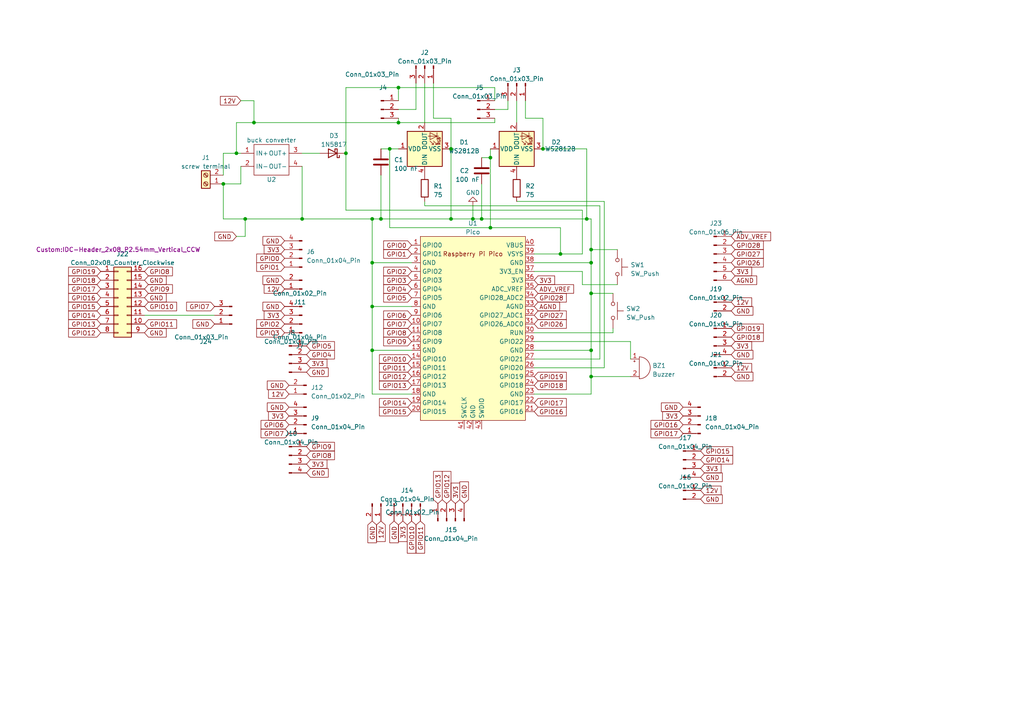
<source format=kicad_sch>
(kicad_sch (version 20230121) (generator eeschema)
  (paper "A4")
  (lib_symbols
    (symbol "Connector:Conn_01x02_Pin" (pin_names (offset 1.016) hide)
      (property "Reference" "J" (at 0 2.54 0))
      (property "Value" "Conn_01x02_Pin" (at 0 -5.08 0))
      (symbol "Conn_01x02_Pin_1_1"
        (polyline (pts (xy 1.27 -2.54) (xy 0.8636 -2.54)) (stroke (width 0.1524)))
        (polyline (pts (xy 1.27 0) (xy 0.8636 0)) (stroke (width 0.1524)))
        (rectangle (start 0.8636 -2.413) (end 0 -2.667) (stroke (width 0.1524)) (fill (type outline)))
        (rectangle (start 0.8636 0.127) (end 0 -0.127) (stroke (width 0.1524)) (fill (type outline)))
        (pin passive line (at 5.08 0 180) (length 3.81) (name "Pin_1") (number "1"))
        (pin passive line (at 5.08 -2.54 180) (length 3.81) (name "Pin_2") (number "2"))
      )
    )
    (symbol "Connector:Conn_01x03_Pin" (pin_names (offset 1.016) hide)
      (property "Reference" "J" (at 0 5.08 0))
      (property "Value" "Conn_01x03_Pin" (at 0 -5.08 0))
      (symbol "Conn_01x03_Pin_1_1"
        (polyline (pts (xy 1.27 -2.54) (xy 0.8636 -2.54)) (stroke (width 0.1524)))
        (polyline (pts (xy 1.27 0) (xy 0.8636 0)) (stroke (width 0.1524)))
        (polyline (pts (xy 1.27 2.54) (xy 0.8636 2.54)) (stroke (width 0.1524)))
        (rectangle (start 0.8636 -2.413) (end 0 -2.667) (stroke (width 0.1524)) (fill (type outline)))
        (rectangle (start 0.8636 0.127) (end 0 -0.127) (stroke (width 0.1524)) (fill (type outline)))
        (rectangle (start 0.8636 2.667) (end 0 2.413) (stroke (width 0.1524)) (fill (type outline)))
        (pin passive line (at 5.08 2.54 180) (length 3.81) (name "Pin_1") (number "1"))
        (pin passive line (at 5.08 0 180) (length 3.81) (name "Pin_2") (number "2"))
        (pin passive line (at 5.08 -2.54 180) (length 3.81) (name "Pin_3") (number "3"))
      )
    )
    (symbol "Connector:Conn_01x04_Pin" (pin_names (offset 1.016) hide)
      (property "Reference" "J" (at 0 5.08 0))
      (property "Value" "Conn_01x04_Pin" (at 0 -7.62 0))
      (symbol "Conn_01x04_Pin_1_1"
        (polyline (pts (xy 1.27 -5.08) (xy 0.8636 -5.08)) (stroke (width 0.1524)))
        (polyline (pts (xy 1.27 -2.54) (xy 0.8636 -2.54)) (stroke (width 0.1524)))
        (polyline (pts (xy 1.27 0) (xy 0.8636 0)) (stroke (width 0.1524)))
        (polyline (pts (xy 1.27 2.54) (xy 0.8636 2.54)) (stroke (width 0.1524)))
        (rectangle (start 0.8636 -4.953) (end 0 -5.207) (stroke (width 0.1524)) (fill (type outline)))
        (rectangle (start 0.8636 -2.413) (end 0 -2.667) (stroke (width 0.1524)) (fill (type outline)))
        (rectangle (start 0.8636 0.127) (end 0 -0.127) (stroke (width 0.1524)) (fill (type outline)))
        (rectangle (start 0.8636 2.667) (end 0 2.413) (stroke (width 0.1524)) (fill (type outline)))
        (pin passive line (at 5.08 2.54 180) (length 3.81) (name "Pin_1") (number "1"))
        (pin passive line (at 5.08 0 180) (length 3.81) (name "Pin_2") (number "2"))
        (pin passive line (at 5.08 -2.54 180) (length 3.81) (name "Pin_3") (number "3"))
        (pin passive line (at 5.08 -5.08 180) (length 3.81) (name "Pin_4") (number "4"))
      )
    )
    (symbol "Connector:Conn_01x06_Pin" (pin_names (offset 1.016) hide)
      (property "Reference" "J" (at 0 7.62 0))
      (property "Value" "Conn_01x06_Pin" (at 0 -10.16 0))
      (symbol "Conn_01x06_Pin_1_1"
        (polyline (pts (xy 1.27 -7.62) (xy 0.8636 -7.62)) (stroke (width 0.1524)))
        (polyline (pts (xy 1.27 -5.08) (xy 0.8636 -5.08)) (stroke (width 0.1524)))
        (polyline (pts (xy 1.27 -2.54) (xy 0.8636 -2.54)) (stroke (width 0.1524)))
        (polyline (pts (xy 1.27 0) (xy 0.8636 0)) (stroke (width 0.1524)))
        (polyline (pts (xy 1.27 2.54) (xy 0.8636 2.54)) (stroke (width 0.1524)))
        (polyline (pts (xy 1.27 5.08) (xy 0.8636 5.08)) (stroke (width 0.1524)))
        (rectangle (start 0.8636 -7.493) (end 0 -7.747) (stroke (width 0.1524)) (fill (type outline)))
        (rectangle (start 0.8636 -4.953) (end 0 -5.207) (stroke (width 0.1524)) (fill (type outline)))
        (rectangle (start 0.8636 -2.413) (end 0 -2.667) (stroke (width 0.1524)) (fill (type outline)))
        (rectangle (start 0.8636 0.127) (end 0 -0.127) (stroke (width 0.1524)) (fill (type outline)))
        (rectangle (start 0.8636 2.667) (end 0 2.413) (stroke (width 0.1524)) (fill (type outline)))
        (rectangle (start 0.8636 5.207) (end 0 4.953) (stroke (width 0.1524)) (fill (type outline)))
        (pin passive line (at 5.08 5.08 180) (length 3.81) (name "Pin_1") (number "1"))
        (pin passive line (at 5.08 2.54 180) (length 3.81) (name "Pin_2") (number "2"))
        (pin passive line (at 5.08 0 180) (length 3.81) (name "Pin_3") (number "3"))
        (pin passive line (at 5.08 -2.54 180) (length 3.81) (name "Pin_4") (number "4"))
        (pin passive line (at 5.08 -5.08 180) (length 3.81) (name "Pin_5") (number "5"))
        (pin passive line (at 5.08 -7.62 180) (length 3.81) (name "Pin_6") (number "6"))
      )
    )
    (symbol "Connector:Screw_Terminal_01x02" (pin_names (offset 1.016) hide)
      (property "Reference" "J" (at 0 2.54 0))
      (property "Value" "Screw_Terminal_01x02" (at 0 -5.08 0))
      (symbol "Screw_Terminal_01x02_1_1"
        (rectangle (start -1.27 1.27) (end 1.27 -3.81) (stroke (width 0.254)) (fill (type background)))
        (circle (center 0 -2.54) (radius 0.635) (stroke (width 0.1524)))
        (polyline (pts (xy -0.5334 -2.2098) (xy 0.3302 -3.048)) (stroke (width 0.1524)))
        (polyline (pts (xy -0.5334 0.3302) (xy 0.3302 -0.508)) (stroke (width 0.1524)))
        (polyline (pts (xy -0.3556 -2.032) (xy 0.508 -2.8702)) (stroke (width 0.1524)))
        (polyline (pts (xy -0.3556 0.508) (xy 0.508 -0.3302)) (stroke (width 0.1524)))
        (circle (center 0 0) (radius 0.635) (stroke (width 0.1524)))
        (pin passive line (at -5.08 0 0) (length 3.81) (name "Pin_1") (number "1"))
        (pin passive line (at -5.08 -2.54 0) (length 3.81) (name "Pin_2") (number "2"))
      )
    )
    (symbol "Connector_Generic:Conn_02x08_Counter_Clockwise" (pin_names (offset 1.016) hide)
      (property "Reference" "J" (at 1.27 10.16 0))
      (property "Value" "Conn_02x08_Counter_Clockwise" (at 1.27 -12.7 0))
      (symbol "Conn_02x08_Counter_Clockwise_1_1"
        (rectangle (start -1.27 -10.033) (end 0 -10.287) (stroke (width 0.1524)))
        (rectangle (start -1.27 -7.493) (end 0 -7.747) (stroke (width 0.1524)))
        (rectangle (start -1.27 -4.953) (end 0 -5.207) (stroke (width 0.1524)))
        (rectangle (start -1.27 -2.413) (end 0 -2.667) (stroke (width 0.1524)))
        (rectangle (start -1.27 0.127) (end 0 -0.127) (stroke (width 0.1524)))
        (rectangle (start -1.27 2.667) (end 0 2.413) (stroke (width 0.1524)))
        (rectangle (start -1.27 5.207) (end 0 4.953) (stroke (width 0.1524)))
        (rectangle (start -1.27 7.747) (end 0 7.493) (stroke (width 0.1524)))
        (rectangle (start -1.27 8.89) (end 3.81 -11.43) (stroke (width 0.254)) (fill (type background)))
        (rectangle (start 3.81 -10.033) (end 2.54 -10.287) (stroke (width 0.1524)))
        (rectangle (start 3.81 -7.493) (end 2.54 -7.747) (stroke (width 0.1524)))
        (rectangle (start 3.81 -4.953) (end 2.54 -5.207) (stroke (width 0.1524)))
        (rectangle (start 3.81 -2.413) (end 2.54 -2.667) (stroke (width 0.1524)))
        (rectangle (start 3.81 0.127) (end 2.54 -0.127) (stroke (width 0.1524)))
        (rectangle (start 3.81 2.667) (end 2.54 2.413) (stroke (width 0.1524)))
        (rectangle (start 3.81 5.207) (end 2.54 4.953) (stroke (width 0.1524)))
        (rectangle (start 3.81 7.747) (end 2.54 7.493) (stroke (width 0.1524)))
        (pin passive line (at -5.08 7.62 0) (length 3.81) (name "Pin_1") (number "1"))
        (pin passive line (at 7.62 -7.62 180) (length 3.81) (name "Pin_10") (number "10"))
        (pin passive line (at 7.62 -5.08 180) (length 3.81) (name "Pin_11") (number "11"))
        (pin passive line (at 7.62 -2.54 180) (length 3.81) (name "Pin_12") (number "12"))
        (pin passive line (at 7.62 0 180) (length 3.81) (name "Pin_13") (number "13"))
        (pin passive line (at 7.62 2.54 180) (length 3.81) (name "Pin_14") (number "14"))
        (pin passive line (at 7.62 5.08 180) (length 3.81) (name "Pin_15") (number "15"))
        (pin passive line (at 7.62 7.62 180) (length 3.81) (name "Pin_16") (number "16"))
        (pin passive line (at -5.08 5.08 0) (length 3.81) (name "Pin_2") (number "2"))
        (pin passive line (at -5.08 2.54 0) (length 3.81) (name "Pin_3") (number "3"))
        (pin passive line (at -5.08 0 0) (length 3.81) (name "Pin_4") (number "4"))
        (pin passive line (at -5.08 -2.54 0) (length 3.81) (name "Pin_5") (number "5"))
        (pin passive line (at -5.08 -5.08 0) (length 3.81) (name "Pin_6") (number "6"))
        (pin passive line (at -5.08 -7.62 0) (length 3.81) (name "Pin_7") (number "7"))
        (pin passive line (at -5.08 -10.16 0) (length 3.81) (name "Pin_8") (number "8"))
        (pin passive line (at 7.62 -10.16 180) (length 3.81) (name "Pin_9") (number "9"))
      )
    )
    (symbol "Custom Symbol Library:LM2596_Module"
      (property "Reference" "U" (at 0 1.27 0))
      (symbol "LM2596_Module_0_1"
        (rectangle (start 3.81 2.54) (end 13.97 -6.35))
      )
      (symbol "LM2596_Module_1_0"
        (pin passive line (at 0 -3.81 0) (length 3.81) (name "IN-") (number "2"))
      )
      (symbol "LM2596_Module_1_1"
        (pin passive line (at 0 0 0) (length 3.81) (name "IN+") (number "1"))
        (pin passive line (at 17.78 0 180) (length 3.81) (name "OUT+") (number "3"))
        (pin passive line (at 17.78 -3.81 180) (length 3.81) (name "OUT-") (number "4"))
      )
    )
    (symbol "Device:Buzzer" (pin_names (offset 0.0254) hide)
      (property "Reference" "BZ" (at 3.81 1.27 0))
      (property "Value" "Buzzer" (at 3.81 -1.27 0))
      (symbol "Buzzer_0_1"
        (arc (start 0 -3.175) (mid 3.1612 0) (end 0 3.175))
        (polyline (pts (xy -1.651 1.905) (xy -1.143 1.905)))
        (polyline (pts (xy -1.397 2.159) (xy -1.397 1.651)))
        (polyline (pts (xy 0 3.175) (xy 0 -3.175)))
      )
      (symbol "Buzzer_1_1"
        (pin passive line (at -2.54 2.54 0) (length 2.54) (name "-") (number "1"))
        (pin passive line (at -2.54 -2.54 0) (length 2.54) (name "+") (number "2"))
      )
    )
    (symbol "Device:C" (pin_numbers hide) (pin_names (offset 0.254))
      (property "Reference" "C" (at 0.635 2.54 0))
      (property "Value" "C" (at 0.635 -2.54 0))
      (symbol "C_0_1"
        (polyline (pts (xy -2.032 -0.762) (xy 2.032 -0.762)) (stroke (width 0.508)))
        (polyline (pts (xy -2.032 0.762) (xy 2.032 0.762)) (stroke (width 0.508)))
      )
      (symbol "C_1_1"
        (pin passive line (at 0 3.81 270) (length 2.794) (name "~") (number "1"))
        (pin passive line (at 0 -3.81 90) (length 2.794) (name "~") (number "2"))
      )
    )
    (symbol "Device:R" (pin_numbers hide) (pin_names (offset 0))
      (property "Reference" "R" (at 2.032 0 90))
      (property "Value" "R" (at 0 0 90))
      (symbol "R_0_1"
        (rectangle (start -1.016 -2.54) (end 1.016 2.54) (stroke (width 0.254)))
      )
      (symbol "R_1_1"
        (pin passive line (at 0 3.81 270) (length 1.27) (name "~") (number "1"))
        (pin passive line (at 0 -3.81 90) (length 1.27) (name "~") (number "2"))
      )
    )
    (symbol "Diode:1N5817" (pin_numbers hide) (pin_names (offset 1.016) hide)
      (property "Reference" "D" (at 0 2.54 0))
      (property "Value" "1N5817" (at 0 -2.54 0))
      (symbol "1N5817_0_1"
        (polyline (pts (xy 1.27 0) (xy -1.27 0)))
        (polyline (pts (xy 1.27 1.27) (xy 1.27 -1.27) (xy -1.27 0) (xy 1.27 1.27)) (stroke (width 0.254)))
        (polyline (pts (xy -1.905 0.635) (xy -1.905 1.27) (xy -1.27 1.27) (xy -1.27 -1.27) (xy -0.635 -1.27) (xy -0.635 -0.635)) (stroke (width 0.254)))
      )
      (symbol "1N5817_1_1"
        (pin passive line (at -3.81 0 0) (length 2.54) (name "K") (number "1"))
        (pin passive line (at 3.81 0 180) (length 2.54) (name "A") (number "2"))
      )
    )
    (symbol "LED:WS2812B" (pin_names (offset 0.254))
      (property "Reference" "D" (at 5.08 5.715 0))
      (property "Value" "WS2812B" (at 1.27 -5.715 0))
      (symbol "WS2812B_0_0"
        (text "RGB" (at 2.286 -4.191 0) (effects (font (size 0.762 0.762))))
      )
      (symbol "WS2812B_0_1"
        (polyline (pts (xy 1.27 -3.556) (xy 1.778 -3.556)))
        (polyline (pts (xy 1.27 -2.54) (xy 1.778 -2.54)))
        (polyline (pts (xy 4.699 -3.556) (xy 2.667 -3.556)))
        (polyline (pts (xy 2.286 -2.54) (xy 1.27 -3.556) (xy 1.27 -3.048)))
        (polyline (pts (xy 2.286 -1.524) (xy 1.27 -2.54) (xy 1.27 -2.032)))
        (polyline (pts (xy 3.683 -1.016) (xy 3.683 -3.556) (xy 3.683 -4.064)))
        (polyline (pts (xy 4.699 -1.524) (xy 2.667 -1.524) (xy 3.683 -3.556) (xy 4.699 -1.524)))
        (rectangle (start 5.08 5.08) (end -5.08 -5.08) (stroke (width 0.254)) (fill (type background)))
      )
      (symbol "WS2812B_1_1"
        (pin power_in line (at 0 7.62 270) (length 2.54) (name "VDD") (number "1"))
        (pin output line (at 7.62 0 180) (length 2.54) (name "DOUT") (number "2"))
        (pin power_in line (at 0 -7.62 90) (length 2.54) (name "VSS") (number "3"))
        (pin input line (at -7.62 0 0) (length 2.54) (name "DIN") (number "4"))
      )
    )
    (symbol "MCU_RaspberryPi_and_Boards:Pico"
      (property "Reference" "U" (at -13.97 27.94 0))
      (property "Value" "Pico" (at 0 19.05 0))
      (symbol "Pico_0_0"
        (text "Raspberry Pi Pico" (at 0 21.59 0) (effects (font (size 1.27 1.27))))
      )
      (symbol "Pico_0_1"
        (rectangle (start -15.24 26.67) (end 15.24 -26.67) (fill (type background)))
      )
      (symbol "Pico_1_1"
        (pin bidirectional line (at -17.78 24.13 0) (length 2.54) (name "GPIO0") (number "1"))
        (pin bidirectional line (at -17.78 1.27 0) (length 2.54) (name "GPIO7") (number "10"))
        (pin bidirectional line (at -17.78 -1.27 0) (length 2.54) (name "GPIO8") (number "11"))
        (pin bidirectional line (at -17.78 -3.81 0) (length 2.54) (name "GPIO9") (number "12"))
        (pin power_in line (at -17.78 -6.35 0) (length 2.54) (name "GND") (number "13"))
        (pin bidirectional line (at -17.78 -8.89 0) (length 2.54) (name "GPIO10") (number "14"))
        (pin bidirectional line (at -17.78 -11.43 0) (length 2.54) (name "GPIO11") (number "15"))
        (pin bidirectional line (at -17.78 -13.97 0) (length 2.54) (name "GPIO12") (number "16"))
        (pin bidirectional line (at -17.78 -16.51 0) (length 2.54) (name "GPIO13") (number "17"))
        (pin power_in line (at -17.78 -19.05 0) (length 2.54) (name "GND") (number "18"))
        (pin bidirectional line (at -17.78 -21.59 0) (length 2.54) (name "GPIO14") (number "19"))
        (pin bidirectional line (at -17.78 21.59 0) (length 2.54) (name "GPIO1") (number "2"))
        (pin bidirectional line (at -17.78 -24.13 0) (length 2.54) (name "GPIO15") (number "20"))
        (pin bidirectional line (at 17.78 -24.13 180) (length 2.54) (name "GPIO16") (number "21"))
        (pin bidirectional line (at 17.78 -21.59 180) (length 2.54) (name "GPIO17") (number "22"))
        (pin power_in line (at 17.78 -19.05 180) (length 2.54) (name "GND") (number "23"))
        (pin bidirectional line (at 17.78 -16.51 180) (length 2.54) (name "GPIO18") (number "24"))
        (pin bidirectional line (at 17.78 -13.97 180) (length 2.54) (name "GPIO19") (number "25"))
        (pin bidirectional line (at 17.78 -11.43 180) (length 2.54) (name "GPIO20") (number "26"))
        (pin bidirectional line (at 17.78 -8.89 180) (length 2.54) (name "GPIO21") (number "27"))
        (pin power_in line (at 17.78 -6.35 180) (length 2.54) (name "GND") (number "28"))
        (pin bidirectional line (at 17.78 -3.81 180) (length 2.54) (name "GPIO22") (number "29"))
        (pin power_in line (at -17.78 19.05 0) (length 2.54) (name "GND") (number "3"))
        (pin input line (at 17.78 -1.27 180) (length 2.54) (name "RUN") (number "30"))
        (pin bidirectional line (at 17.78 1.27 180) (length 2.54) (name "GPIO26_ADC0") (number "31"))
        (pin bidirectional line (at 17.78 3.81 180) (length 2.54) (name "GPIO27_ADC1") (number "32"))
        (pin power_in line (at 17.78 6.35 180) (length 2.54) (name "AGND") (number "33"))
        (pin bidirectional line (at 17.78 8.89 180) (length 2.54) (name "GPIO28_ADC2") (number "34"))
        (pin power_in line (at 17.78 11.43 180) (length 2.54) (name "ADC_VREF") (number "35"))
        (pin power_in line (at 17.78 13.97 180) (length 2.54) (name "3V3") (number "36"))
        (pin input line (at 17.78 16.51 180) (length 2.54) (name "3V3_EN") (number "37"))
        (pin bidirectional line (at 17.78 19.05 180) (length 2.54) (name "GND") (number "38"))
        (pin power_in line (at 17.78 21.59 180) (length 2.54) (name "VSYS") (number "39"))
        (pin bidirectional line (at -17.78 16.51 0) (length 2.54) (name "GPIO2") (number "4"))
        (pin power_in line (at 17.78 24.13 180) (length 2.54) (name "VBUS") (number "40"))
        (pin input line (at -2.54 -29.21 90) (length 2.54) (name "SWCLK") (number "41"))
        (pin power_in line (at 0 -29.21 90) (length 2.54) (name "GND") (number "42"))
        (pin bidirectional line (at 2.54 -29.21 90) (length 2.54) (name "SWDIO") (number "43"))
        (pin bidirectional line (at -17.78 13.97 0) (length 2.54) (name "GPIO3") (number "5"))
        (pin bidirectional line (at -17.78 11.43 0) (length 2.54) (name "GPIO4") (number "6"))
        (pin bidirectional line (at -17.78 8.89 0) (length 2.54) (name "GPIO5") (number "7"))
        (pin power_in line (at -17.78 6.35 0) (length 2.54) (name "GND") (number "8"))
        (pin bidirectional line (at -17.78 3.81 0) (length 2.54) (name "GPIO6") (number "9"))
      )
    )
    (symbol "Switch:SW_Push" (pin_numbers hide) (pin_names (offset 1.016) hide)
      (property "Reference" "SW" (at 1.27 2.54 0))
      (property "Value" "SW_Push" (at 0 -1.524 0))
      (symbol "SW_Push_0_1"
        (circle (center -2.032 0) (radius 0.508))
        (polyline (pts (xy 0 1.27) (xy 0 3.048)))
        (polyline (pts (xy 2.54 1.27) (xy -2.54 1.27)))
        (circle (center 2.032 0) (radius 0.508))
        (pin passive line (at -5.08 0 0) (length 2.54) (name "1") (number "1"))
        (pin passive line (at 5.08 0 180) (length 2.54) (name "2") (number "2"))
      )
    )
    (symbol "power:GND" (power) (pin_names (offset 0))
      (property "Value" "GND" (at 0 -3.81 0))
      (symbol "GND_0_1"
        (polyline (pts (xy 0 0) (xy 0 -1.27) (xy 1.27 -1.27) (xy 0 -2.54) (xy -1.27 -1.27) (xy 0 -1.27)))
      )
      (symbol "GND_1_1"
        (pin power_in line (at 0 0 270) (length 0) hide (name "GND") (number "1"))
      )
    )
  )
  (junction (at 171.45 76.2))
  (junction (at 115.57 25.4))
  (junction (at 157.48 43.18))
  (junction (at 107.95 76.2))
  (junction (at 107.95 88.9))
  (junction (at 100.33 44.45))
  (junction (at 130.81 43.18))
  (junction (at 107.95 63.5))
  (junction (at 130.81 63.5))
  (junction (at 110.49 63.5))
  (junction (at 113.03 43.18))
  (junction (at 68.58 44.45))
  (junction (at 107.95 101.6))
  (junction (at 171.45 85.09))
  (junction (at 142.24 45.72))
  (junction (at 170.18 63.5))
  (junction (at 71.12 63.5))
  (junction (at 137.16 63.5))
  (junction (at 171.45 101.6))
  (junction (at 139.7 63.5))
  (junction (at 171.45 109.22))
  (junction (at 87.63 63.5))
  (junction (at 115.57 35.56))
  (junction (at 142.24 66.04))
  (junction (at 73.66 35.56))
  (junction (at 64.77 53.34))
  (junction (at 162.56 73.66))
  (junction (at 171.45 72.39))
  (wire (pts (xy 87.63 44.45) (xy 92.71 44.45)))
  (wire (pts (xy 171.45 101.6) (xy 171.45 109.22)))
  (wire (pts (xy 154.94 101.6) (xy 171.45 101.6)))
  (wire (pts (xy 125.73 34.29) (xy 130.81 34.29)))
  (wire (pts (xy 113.03 43.18) (xy 113.03 66.04)))
  (wire (pts (xy 100.33 25.4) (xy 100.33 44.45)))
  (wire (pts (xy 68.58 44.45) (xy 68.58 35.56)))
  (wire (pts (xy 119.38 76.2) (xy 107.95 76.2)))
  (wire (pts (xy 168.91 60.96) (xy 168.91 73.66)))
  (wire (pts (xy 113.03 43.18) (xy 115.57 43.18)))
  (wire (pts (xy 154.94 104.14) (xy 173.99 104.14)))
  (wire (pts (xy 68.58 44.45) (xy 69.85 44.45)))
  (wire (pts (xy 130.81 63.5) (xy 137.16 63.5)))
  (wire (pts (xy 123.19 59.69) (xy 173.99 59.69)))
  (wire (pts (xy 123.19 24.13) (xy 123.19 35.56)))
  (wire (pts (xy 130.81 34.29) (xy 130.81 43.18)))
  (wire (pts (xy 182.88 104.14) (xy 182.88 99.06)))
  (wire (pts (xy 171.45 72.39) (xy 171.45 76.2)))
  (wire (pts (xy 110.49 63.5) (xy 130.81 63.5)))
  (wire (pts (xy 177.8 96.52) (xy 177.8 95.25)))
  (wire (pts (xy 173.99 59.69) (xy 173.99 104.14)))
  (wire (pts (xy 68.58 68.58) (xy 71.12 68.58)))
  (wire (pts (xy 110.49 43.18) (xy 113.03 43.18)))
  (wire (pts (xy 107.95 76.2) (xy 107.95 88.9)))
  (wire (pts (xy 149.86 29.21) (xy 149.86 35.56)))
  (wire (pts (xy 142.24 43.18) (xy 142.24 45.72)))
  (wire (pts (xy 100.33 44.45) (xy 100.33 60.96)))
  (wire (pts (xy 168.91 78.74) (xy 168.91 82.55)))
  (wire (pts (xy 64.77 63.5) (xy 71.12 63.5)))
  (wire (pts (xy 64.77 53.34) (xy 64.77 63.5)))
  (wire (pts (xy 64.77 44.45) (xy 68.58 44.45)))
  (wire (pts (xy 73.66 35.56) (xy 115.57 35.56)))
  (wire (pts (xy 120.65 31.75) (xy 120.65 24.13)))
  (wire (pts (xy 107.95 88.9) (xy 119.38 88.9)))
  (wire (pts (xy 100.33 60.96) (xy 168.91 60.96)))
  (wire (pts (xy 107.95 101.6) (xy 107.95 114.3)))
  (wire (pts (xy 123.19 58.42) (xy 123.19 59.69)))
  (wire (pts (xy 110.49 50.8) (xy 110.49 63.5)))
  (wire (pts (xy 130.81 43.18) (xy 130.81 63.5)))
  (wire (pts (xy 41.91 91.44) (xy 62.23 91.44)))
  (wire (pts (xy 154.94 114.3) (xy 171.45 114.3)))
  (wire (pts (xy 170.18 63.5) (xy 171.45 63.5)))
  (wire (pts (xy 69.85 48.26) (xy 69.85 53.34)))
  (wire (pts (xy 71.12 68.58) (xy 71.12 63.5)))
  (wire (pts (xy 171.45 76.2) (xy 171.45 85.09)))
  (wire (pts (xy 147.32 31.75) (xy 147.32 29.21)))
  (wire (pts (xy 170.18 43.18) (xy 157.48 43.18)))
  (wire (pts (xy 154.94 78.74) (xy 168.91 78.74)))
  (wire (pts (xy 149.86 58.42) (xy 175.26 58.42)))
  (wire (pts (xy 139.7 63.5) (xy 170.18 63.5)))
  (wire (pts (xy 107.95 114.3) (xy 119.38 114.3)))
  (wire (pts (xy 87.63 63.5) (xy 107.95 63.5)))
  (wire (pts (xy 125.73 24.13) (xy 125.73 34.29)))
  (wire (pts (xy 115.57 35.56) (xy 143.51 35.56)))
  (wire (pts (xy 139.7 45.72) (xy 142.24 45.72)))
  (wire (pts (xy 162.56 73.66) (xy 168.91 73.66)))
  (wire (pts (xy 87.63 48.26) (xy 87.63 63.5)))
  (wire (pts (xy 175.26 58.42) (xy 175.26 106.68)))
  (wire (pts (xy 152.4 29.21) (xy 152.4 34.29)))
  (wire (pts (xy 115.57 25.4) (xy 100.33 25.4)))
  (wire (pts (xy 152.4 34.29) (xy 157.48 34.29)))
  (wire (pts (xy 162.56 66.04) (xy 162.56 73.66)))
  (wire (pts (xy 139.7 53.34) (xy 139.7 63.5)))
  (wire (pts (xy 142.24 66.04) (xy 162.56 66.04)))
  (wire (pts (xy 69.85 53.34) (xy 64.77 53.34)))
  (wire (pts (xy 115.57 25.4) (xy 143.51 25.4)))
  (wire (pts (xy 154.94 99.06) (xy 182.88 99.06)))
  (wire (pts (xy 179.07 72.39) (xy 171.45 72.39)))
  (wire (pts (xy 154.94 73.66) (xy 162.56 73.66)))
  (wire (pts (xy 171.45 109.22) (xy 171.45 114.3)))
  (wire (pts (xy 143.51 25.4) (xy 143.51 29.21)))
  (wire (pts (xy 171.45 85.09) (xy 171.45 101.6)))
  (wire (pts (xy 107.95 88.9) (xy 107.95 101.6)))
  (wire (pts (xy 143.51 31.75) (xy 147.32 31.75)))
  (wire (pts (xy 170.18 43.18) (xy 170.18 63.5)))
  (wire (pts (xy 171.45 63.5) (xy 171.45 72.39)))
  (wire (pts (xy 113.03 66.04) (xy 142.24 66.04)))
  (wire (pts (xy 68.58 35.56) (xy 73.66 35.56)))
  (wire (pts (xy 171.45 109.22) (xy 182.88 109.22)))
  (wire (pts (xy 137.16 59.69) (xy 137.16 63.5)))
  (wire (pts (xy 143.51 35.56) (xy 143.51 34.29)))
  (wire (pts (xy 71.12 63.5) (xy 87.63 63.5)))
  (wire (pts (xy 69.85 29.21) (xy 73.66 29.21)))
  (wire (pts (xy 107.95 76.2) (xy 107.95 63.5)))
  (wire (pts (xy 115.57 29.21) (xy 115.57 25.4)))
  (wire (pts (xy 171.45 85.09) (xy 177.8 85.09)))
  (wire (pts (xy 154.94 106.68) (xy 175.26 106.68)))
  (wire (pts (xy 142.24 66.04) (xy 142.24 45.72)))
  (wire (pts (xy 154.94 76.2) (xy 171.45 76.2)))
  (wire (pts (xy 137.16 63.5) (xy 139.7 63.5)))
  (wire (pts (xy 115.57 31.75) (xy 120.65 31.75)))
  (wire (pts (xy 107.95 63.5) (xy 110.49 63.5)))
  (wire (pts (xy 168.91 82.55) (xy 179.07 82.55)))
  (wire (pts (xy 73.66 29.21) (xy 73.66 35.56)))
  (wire (pts (xy 157.48 34.29) (xy 157.48 43.18)))
  (wire (pts (xy 107.95 101.6) (xy 119.38 101.6)))
  (wire (pts (xy 115.57 35.56) (xy 115.57 34.29)))
  (wire (pts (xy 154.94 96.52) (xy 177.8 96.52)))
  (wire (pts (xy 64.77 50.8) (xy 64.77 44.45)))
  (global_label "GPIO27" (shape input) (at 154.94 91.44 0) (property "Intersheetrefs" "${INTERSHEET_REFS}" (effects hide)))
  (global_label "GPIO12" (shape input) (at 129.54 146.05 90) (property "Intersheetrefs" "${INTERSHEET_REFS}" (effects hide)))
  (global_label "GPIO12" (shape input) (at 29.21 96.52 180) (property "Intersheetrefs" "${INTERSHEET_REFS}" (effects hide)))
  (global_label "GPIO8" (shape input) (at 119.38 96.52 180) (property "Intersheetrefs" "${INTERSHEET_REFS}" (effects hide)))
  (global_label "12V" (shape input) (at 212.09 87.63 0) (property "Intersheetrefs" "${INTERSHEET_REFS}" (effects hide)))
  (global_label "GPIO18" (shape input) (at 154.94 111.76 0) (property "Intersheetrefs" "${INTERSHEET_REFS}" (effects hide)))
  (global_label "GPIO10" (shape input) (at 119.38 151.13 270) (property "Intersheetrefs" "${INTERSHEET_REFS}" (effects hide)))
  (global_label "GND" (shape input) (at 134.62 146.05 90) (property "Intersheetrefs" "${INTERSHEET_REFS}" (effects hide)))
  (global_label "GPIO16" (shape input) (at 154.94 119.38 0) (property "Intersheetrefs" "${INTERSHEET_REFS}" (effects hide)))
  (global_label "GPIO9" (shape input) (at 41.91 83.82 0) (property "Intersheetrefs" "${INTERSHEET_REFS}" (effects hide)))
  (global_label "GPIO7" (shape input) (at 119.38 93.98 180) (property "Intersheetrefs" "${INTERSHEET_REFS}" (effects hide)))
  (global_label "3V3" (shape input) (at 88.9 134.62 0) (property "Intersheetrefs" "${INTERSHEET_REFS}" (effects hide)))
  (global_label "GPIO0" (shape input) (at 82.55 74.93 180) (property "Intersheetrefs" "${INTERSHEET_REFS}" (effects hide)))
  (global_label "GPIO9" (shape input) (at 88.9 129.54 0) (property "Intersheetrefs" "${INTERSHEET_REFS}" (effects hide)))
  (global_label "GPIO2" (shape input) (at 82.55 93.98 180) (property "Intersheetrefs" "${INTERSHEET_REFS}" (effects hide)))
  (global_label "3V3" (shape input) (at 132.08 146.05 90) (property "Intersheetrefs" "${INTERSHEET_REFS}" (effects hide)))
  (global_label "GND" (shape input) (at 107.95 151.13 270) (property "Intersheetrefs" "${INTERSHEET_REFS}" (effects hide)))
  (global_label "GPIO9" (shape input) (at 119.38 99.06 180) (property "Intersheetrefs" "${INTERSHEET_REFS}" (effects hide)))
  (global_label "GND" (shape input) (at 83.82 111.76 180) (property "Intersheetrefs" "${INTERSHEET_REFS}" (effects hide)))
  (global_label "GPIO6" (shape input) (at 119.38 91.44 180) (property "Intersheetrefs" "${INTERSHEET_REFS}" (effects hide)))
  (global_label "GPIO13" (shape input) (at 127 146.05 90) (property "Intersheetrefs" "${INTERSHEET_REFS}" (effects hide)))
  (global_label "GPIO7" (shape input) (at 62.23 88.9 180) (property "Intersheetrefs" "${INTERSHEET_REFS}" (effects hide)))
  (global_label "GPIO4" (shape input) (at 119.38 83.82 180) (property "Intersheetrefs" "${INTERSHEET_REFS}" (effects hide)))
  (global_label "GPIO8" (shape input) (at 41.91 78.74 0) (property "Intersheetrefs" "${INTERSHEET_REFS}" (effects hide)))
  (global_label "GND" (shape input) (at 82.55 69.85 180) (property "Intersheetrefs" "${INTERSHEET_REFS}" (effects hide)))
  (global_label "3V3" (shape input) (at 82.55 72.39 180) (property "Intersheetrefs" "${INTERSHEET_REFS}" (effects hide)))
  (global_label "12V" (shape input) (at 69.85 29.21 180) (property "Intersheetrefs" "${INTERSHEET_REFS}" (effects hide)))
  (global_label "GND" (shape input) (at 212.09 90.17 0) (property "Intersheetrefs" "${INTERSHEET_REFS}" (effects hide)))
  (global_label "3V3" (shape input) (at 212.09 78.74 0) (property "Intersheetrefs" "${INTERSHEET_REFS}" (effects hide)))
  (global_label "GPIO19" (shape input) (at 29.21 78.74 180) (property "Intersheetrefs" "${INTERSHEET_REFS}" (effects hide)))
  (global_label "GPIO2" (shape input) (at 119.38 78.74 180) (property "Intersheetrefs" "${INTERSHEET_REFS}" (effects hide)))
  (global_label "GND" (shape input) (at 88.9 107.95 0) (property "Intersheetrefs" "${INTERSHEET_REFS}" (effects hide)))
  (global_label "3V3" (shape input) (at 203.2 135.89 0) (property "Intersheetrefs" "${INTERSHEET_REFS}" (effects hide)))
  (global_label "GPIO15" (shape input) (at 29.21 88.9 180) (property "Intersheetrefs" "${INTERSHEET_REFS}" (effects hide)))
  (global_label "GND" (shape input) (at 62.23 93.98 180) (property "Intersheetrefs" "${INTERSHEET_REFS}" (effects hide)))
  (global_label "3V3" (shape input) (at 82.55 91.44 180) (property "Intersheetrefs" "${INTERSHEET_REFS}" (effects hide)))
  (global_label "GPIO26" (shape input) (at 154.94 93.98 0) (property "Intersheetrefs" "${INTERSHEET_REFS}" (effects hide)))
  (global_label "GND" (shape input) (at 198.12 118.11 180) (property "Intersheetrefs" "${INTERSHEET_REFS}" (effects hide)))
  (global_label "GPIO7" (shape input) (at 83.82 125.73 180) (property "Intersheetrefs" "${INTERSHEET_REFS}" (effects hide)))
  (global_label "GPIO18" (shape input) (at 212.09 97.79 0) (property "Intersheetrefs" "${INTERSHEET_REFS}" (effects hide)))
  (global_label "GND" (shape input) (at 88.9 137.16 0) (property "Intersheetrefs" "${INTERSHEET_REFS}" (effects hide)))
  (global_label "GPIO26" (shape input) (at 212.09 76.2 0) (property "Intersheetrefs" "${INTERSHEET_REFS}" (effects hide)))
  (global_label "GPIO15" (shape input) (at 119.38 119.38 180) (property "Intersheetrefs" "${INTERSHEET_REFS}" (effects hide)))
  (global_label "GPIO10" (shape input) (at 119.38 104.14 180) (property "Intersheetrefs" "${INTERSHEET_REFS}" (effects hide)))
  (global_label "GPIO19" (shape input) (at 154.94 109.22 0) (property "Intersheetrefs" "${INTERSHEET_REFS}" (effects hide)))
  (global_label "GPIO11" (shape input) (at 121.92 151.13 270) (property "Intersheetrefs" "${INTERSHEET_REFS}" (effects hide)))
  (global_label "GND" (shape input) (at 41.91 96.52 0) (property "Intersheetrefs" "${INTERSHEET_REFS}" (effects hide)))
  (global_label "GND" (shape input) (at 212.09 109.22 0) (property "Intersheetrefs" "${INTERSHEET_REFS}" (effects hide)))
  (global_label "ADV_VREF" (shape input) (at 154.94 83.82 0) (property "Intersheetrefs" "${INTERSHEET_REFS}" (effects hide)))
  (global_label "3V3" (shape input) (at 83.82 120.65 180) (property "Intersheetrefs" "${INTERSHEET_REFS}" (effects hide)))
  (global_label "GND" (shape input) (at 41.91 86.36 0) (property "Intersheetrefs" "${INTERSHEET_REFS}" (effects hide)))
  (global_label "GPIO4" (shape input) (at 88.9 102.87 0) (property "Intersheetrefs" "${INTERSHEET_REFS}" (effects hide)))
  (global_label "GND" (shape input) (at 82.55 81.28 180) (property "Intersheetrefs" "${INTERSHEET_REFS}" (effects hide)))
  (global_label "3V3" (shape input) (at 154.94 81.28 0) (property "Intersheetrefs" "${INTERSHEET_REFS}" (effects hide)))
  (global_label "3V3" (shape input) (at 212.09 100.33 0) (property "Intersheetrefs" "${INTERSHEET_REFS}" (effects hide)))
  (global_label "GPIO0" (shape input) (at 119.38 71.12 180) (property "Intersheetrefs" "${INTERSHEET_REFS}" (effects hide)))
  (global_label "GPIO17" (shape input) (at 154.94 116.84 0) (property "Intersheetrefs" "${INTERSHEET_REFS}" (effects hide)))
  (global_label "12V" (shape input) (at 212.09 106.68 0) (property "Intersheetrefs" "${INTERSHEET_REFS}" (effects hide)))
  (global_label "GPIO16" (shape input) (at 29.21 86.36 180) (property "Intersheetrefs" "${INTERSHEET_REFS}" (effects hide)))
  (global_label "ADV_VREF" (shape input) (at 212.09 68.58 0) (property "Intersheetrefs" "${INTERSHEET_REFS}" (effects hide)))
  (global_label "GPIO17" (shape input) (at 198.12 125.73 180) (property "Intersheetrefs" "${INTERSHEET_REFS}" (effects hide)))
  (global_label "12V" (shape input) (at 82.55 83.82 180) (property "Intersheetrefs" "${INTERSHEET_REFS}" (effects hide)))
  (global_label "3V3" (shape input) (at 88.9 105.41 0) (property "Intersheetrefs" "${INTERSHEET_REFS}" (effects hide)))
  (global_label "GPIO15" (shape input) (at 203.2 130.81 0) (property "Intersheetrefs" "${INTERSHEET_REFS}" (effects hide)))
  (global_label "GPIO3" (shape input) (at 119.38 81.28 180) (property "Intersheetrefs" "${INTERSHEET_REFS}" (effects hide)))
  (global_label "GPIO13" (shape input) (at 29.21 93.98 180) (property "Intersheetrefs" "${INTERSHEET_REFS}" (effects hide)))
  (global_label "GND" (shape input) (at 68.58 68.58 180) (property "Intersheetrefs" "${INTERSHEET_REFS}" (effects hide)))
  (global_label "GND" (shape input) (at 41.91 81.28 0) (property "Intersheetrefs" "${INTERSHEET_REFS}" (effects hide)))
  (global_label "GPIO16" (shape input) (at 198.12 123.19 180) (property "Intersheetrefs" "${INTERSHEET_REFS}" (effects hide)))
  (global_label "12V" (shape input) (at 110.49 151.13 270) (property "Intersheetrefs" "${INTERSHEET_REFS}" (effects hide)))
  (global_label "GPIO1" (shape input) (at 82.55 77.47 180) (property "Intersheetrefs" "${INTERSHEET_REFS}" (effects hide)))
  (global_label "GPIO19" (shape input) (at 212.09 95.25 0) (property "Intersheetrefs" "${INTERSHEET_REFS}" (effects hide)))
  (global_label "3V3" (shape input) (at 198.12 120.65 180) (property "Intersheetrefs" "${INTERSHEET_REFS}" (effects hide)))
  (global_label "GPIO6" (shape input) (at 83.82 123.19 180) (property "Intersheetrefs" "${INTERSHEET_REFS}" (effects hide)))
  (global_label "GND" (shape input) (at 212.09 102.87 0) (property "Intersheetrefs" "${INTERSHEET_REFS}" (effects hide)))
  (global_label "GPIO3" (shape input) (at 82.55 96.52 180) (property "Intersheetrefs" "${INTERSHEET_REFS}" (effects hide)))
  (global_label "GPIO13" (shape input) (at 119.38 111.76 180) (property "Intersheetrefs" "${INTERSHEET_REFS}" (effects hide)))
  (global_label "GPIO14" (shape input) (at 29.21 91.44 180) (property "Intersheetrefs" "${INTERSHEET_REFS}" (effects hide)))
  (global_label "GND" (shape input) (at 114.3 151.13 270) (property "Intersheetrefs" "${INTERSHEET_REFS}" (effects hide)))
  (global_label "GPIO27" (shape input) (at 212.09 73.66 0) (property "Intersheetrefs" "${INTERSHEET_REFS}" (effects hide)))
  (global_label "GND" (shape input) (at 82.55 88.9 180) (property "Intersheetrefs" "${INTERSHEET_REFS}" (effects hide)))
  (global_label "GND" (shape input) (at 203.2 144.78 0) (property "Intersheetrefs" "${INTERSHEET_REFS}" (effects hide)))
  (global_label "12V" (shape input) (at 203.2 142.24 0) (property "Intersheetrefs" "${INTERSHEET_REFS}" (effects hide)))
  (global_label "AGND" (shape input) (at 154.94 88.9 0) (property "Intersheetrefs" "${INTERSHEET_REFS}" (effects hide)))
  (global_label "GPIO12" (shape input) (at 119.38 109.22 180) (property "Intersheetrefs" "${INTERSHEET_REFS}" (effects hide)))
  (global_label "GPIO11" (shape input) (at 41.91 93.98 0) (property "Intersheetrefs" "${INTERSHEET_REFS}" (effects hide)))
  (global_label "GPIO14" (shape input) (at 203.2 133.35 0) (property "Intersheetrefs" "${INTERSHEET_REFS}" (effects hide)))
  (global_label "GPIO5" (shape input) (at 88.9 100.33 0) (property "Intersheetrefs" "${INTERSHEET_REFS}" (effects hide)))
  (global_label "GPIO1" (shape input) (at 119.38 73.66 180) (property "Intersheetrefs" "${INTERSHEET_REFS}" (effects hide)))
  (global_label "GPIO5" (shape input) (at 119.38 86.36 180) (property "Intersheetrefs" "${INTERSHEET_REFS}" (effects hide)))
  (global_label "GPIO17" (shape input) (at 29.21 83.82 180) (property "Intersheetrefs" "${INTERSHEET_REFS}" (effects hide)))
  (global_label "3V3" (shape input) (at 116.84 151.13 270) (property "Intersheetrefs" "${INTERSHEET_REFS}" (effects hide)))
  (global_label "GPIO28" (shape input) (at 212.09 71.12 0) (property "Intersheetrefs" "${INTERSHEET_REFS}" (effects hide)))
  (global_label "GND" (shape input) (at 203.2 138.43 0) (property "Intersheetrefs" "${INTERSHEET_REFS}" (effects hide)))
  (global_label "GPIO8" (shape input) (at 88.9 132.08 0) (property "Intersheetrefs" "${INTERSHEET_REFS}" (effects hide)))
  (global_label "GPIO28" (shape input) (at 154.94 86.36 0) (property "Intersheetrefs" "${INTERSHEET_REFS}" (effects hide)))
  (global_label "GPIO14" (shape input) (at 119.38 116.84 180) (property "Intersheetrefs" "${INTERSHEET_REFS}" (effects hide)))
  (global_label "GND" (shape input) (at 83.82 118.11 180) (property "Intersheetrefs" "${INTERSHEET_REFS}" (effects hide)))
  (global_label "GPIO18" (shape input) (at 29.21 81.28 180) (property "Intersheetrefs" "${INTERSHEET_REFS}" (effects hide)))
  (global_label "AGND" (shape input) (at 212.09 81.28 0) (property "Intersheetrefs" "${INTERSHEET_REFS}" (effects hide)))
  (global_label "GPIO10" (shape input) (at 41.91 88.9 0) (property "Intersheetrefs" "${INTERSHEET_REFS}" (effects hide)))
  (global_label "12V" (shape input) (at 83.82 114.3 180) (property "Intersheetrefs" "${INTERSHEET_REFS}" (effects hide)))
  (global_label "GPIO11" (shape input) (at 119.38 106.68 180) (property "Intersheetrefs" "${INTERSHEET_REFS}" (effects hide)))
  (symbol (lib_id "Connector_Generic:Conn_02x08_Counter_Clockwise") (at 34.29 86.36 0) (unit 1)
    (property "Reference" "J22" (at 35.56 73.66 0))
    (property "Value" "Conn_02x08_Counter_Clockwise" (at 35.56 76.2 0))
    (property "Footprint" "Custom:IDC-Header_2x08_P2.54mm_Vertical_CCW" (at 34.29 72.39 0))
  )
  (symbol (lib_id "Connector:Conn_01x04_Pin") (at 83.82 102.87 0) (unit 1)
    (property "Reference" "J8" (at 84.455 96.52 0))
    (property "Value" "Conn_01x04_Pin" (at 84.455 99.06 0))
    (property "Footprint" "Connector_Molex:Molex_KK-254_AE-6410-04A_1x04_P2.54mm_Vertical" (effects hide))
  )
  (symbol (lib_id "LED:WS2812B") (at 149.86 43.18 90) (unit 1)
    (property "Reference" "D2" (at 161.29 41.2497 90))
    (property "Value" "WS2812B" (at 162.56 43.18 90))
    (property "Footprint" "LED_SMD:LED_WS2812B_PLCC4_5.0x5.0mm_P3.2mm" (effects hide))
    (property "Datasheet" "https://cdn-shop.adafruit.com/datasheets/WS2812B.pdf" (effects hide))
  )
  (symbol (lib_id "Connector:Conn_01x02_Pin") (at 87.63 83.82 180) (unit 1)
    (property "Reference" "J11" (at 86.995 87.63 0))
    (property "Value" "Conn_01x02_Pin" (at 86.995 85.09 0))
    (property "Footprint" "Connector_Molex:Molex_KK-254_AE-6410-02A_1x02_P2.54mm_Vertical" (effects hide))
  )
  (symbol (lib_id "Connector:Conn_01x02_Pin") (at 88.9 114.3 180) (unit 1)
    (property "Reference" "J12" (at 90.17 112.395 0) (effects (justify right)))
    (property "Value" "Conn_01x02_Pin" (at 90.17 114.935 0) (effects (justify right)))
    (property "Footprint" "Connector_Molex:Molex_KK-254_AE-6410-02A_1x02_P2.54mm_Vertical" (effects hide))
  )
  (symbol (lib_id "Connector:Conn_01x03_Pin") (at 138.43 31.75 0) (unit 1)
    (property "Reference" "J5" (at 139.065 25.4 0))
    (property "Value" "Conn_01x03_Pin" (at 139.065 27.94 0))
    (property "Footprint" "Jumper:SolderJumper-3_P2.0mm_Open_TrianglePad1.0x1.5mm" (effects hide))
  )
  (symbol (lib_id "Connector:Conn_01x04_Pin") (at 87.63 74.93 180) (unit 1)
    (property "Reference" "J6" (at 88.9 73.025 0) (effects (justify right)))
    (property "Value" "Conn_01x04_Pin" (at 88.9 75.565 0) (effects (justify right)))
    (property "Footprint" "Connector_Molex:Molex_KK-254_AE-6410-04A_1x04_P2.54mm_Vertical" (effects hide))
  )
  (symbol (lib_id "Connector:Conn_01x06_Pin") (at 207.01 73.66 0) (unit 1)
    (property "Reference" "J23" (at 207.645 64.77 0))
    (property "Value" "Conn_01x06_Pin" (at 207.645 67.31 0))
    (property "Footprint" "Connector_Molex:Molex_KK-254_AE-6410-06A_1x06_P2.54mm_Vertical" (effects hide))
  )
  (symbol (lib_id "Connector:Conn_01x03_Pin") (at 123.19 19.05 270) (unit 1)
    (property "Reference" "J2" (at 123.19 15.24 90))
    (property "Value" "Conn_01x03_Pin" (at 123.19 17.78 90))
    (property "Footprint" "Connector_Molex:Molex_KK-254_AE-6410-03A_1x03_P2.54mm_Vertical" (effects hide))
  )
  (symbol (lib_id "Connector:Conn_01x04_Pin") (at 203.2 123.19 180) (unit 1)
    (property "Reference" "J18" (at 204.47 121.285 0) (effects (justify right)))
    (property "Value" "Conn_01x04_Pin" (at 204.47 123.825 0) (effects (justify right)))
    (property "Footprint" "Connector_Molex:Molex_KK-254_AE-6410-04A_1x04_P2.54mm_Vertical" (effects hide))
  )
  (symbol (lib_id "Device:Buzzer") (at 185.42 106.68 0) (unit 1)
    (property "Reference" "BZ1" (at 189.23 106.045 0) (effects (justify left)))
    (property "Value" "Buzzer" (at 189.23 108.585 0) (effects (justify left)))
    (property "Footprint" "Buzzer_Beeper:Buzzer_12x9.5RM7.6" (effects hide))
  )
  (symbol (lib_id "power:GND") (at 137.16 59.69 180) (unit 1)
    (property "Reference" "#PWR01" (effects hide))
    (property "Value" "GND" (at 137.16 55.88 0))
  )
  (symbol (lib_id "Connector:Conn_01x04_Pin") (at 119.38 146.05 270) (unit 1)
    (property "Reference" "J14" (at 118.11 142.24 90))
    (property "Value" "Conn_01x04_Pin" (at 118.11 144.78 90))
    (property "Footprint" "Connector_Molex:Molex_KK-254_AE-6410-04A_1x04_P2.54mm_Vertical" (effects hide))
  )
  (symbol (lib_id "Custom Symbol Library:LM2596_Module") (at 69.85 44.45 0) (unit 1)
    (property "Reference" "U2" (at 78.74 52.07 0))
    (property "Value" "buck converter" (at 78.74 40.64 0))
    (property "Footprint" "Custom:LM2596 Buck Converter" (effects hide))
  )
  (symbol (lib_id "Diode:1N5817") (at 96.52 44.45 180) (unit 1)
    (property "Reference" "D3" (at 96.8375 39.37 0))
    (property "Value" "1N5817" (at 96.8375 41.91 0))
    (property "Footprint" "Diode_THT:D_DO-41_SOD81_P10.16mm_Horizontal" (effects hide))
    (property "Datasheet" "http://www.vishay.com/docs/88525/1n5817.pdf" (effects hide))
  )
  (symbol (lib_id "Connector:Conn_01x04_Pin") (at 198.12 133.35 0) (unit 1)
    (property "Reference" "J17" (at 198.755 127 0))
    (property "Value" "Conn_01x04_Pin" (at 198.755 129.54 0))
    (property "Footprint" "Connector_Molex:Molex_KK-254_AE-6410-04A_1x04_P2.54mm_Vertical" (effects hide))
  )
  (symbol (lib_id "Device:R") (at 123.19 54.61 0) (unit 1)
    (property "Reference" "R1" (at 125.73 53.975 0) (effects (justify left)))
    (property "Value" "75" (at 125.73 56.515 0) (effects (justify left)))
    (property "Footprint" "Resistor_SMD:R_0805_2012Metric_Pad1.20x1.40mm_HandSolder" (effects hide))
  )
  (symbol (lib_id "Connector:Conn_01x02_Pin") (at 207.01 106.68 0) (unit 1)
    (property "Reference" "J21" (at 207.645 102.87 0))
    (property "Value" "Conn_01x02_Pin" (at 207.645 105.41 0))
    (property "Footprint" "Connector_Molex:Molex_KK-254_AE-6410-02A_1x02_P2.54mm_Vertical" (effects hide))
  )
  (symbol (lib_id "Device:C") (at 110.49 46.99 0) (unit 1)
    (property "Reference" "C1" (at 114.3 46.355 0) (effects (justify left)))
    (property "Value" "100 nF" (at 114.3 48.895 0) (effects (justify left)))
    (property "Footprint" "Capacitor_SMD:C_0805_2012Metric_Pad1.18x1.45mm_HandSolder" (effects hide))
  )
  (symbol (lib_id "Connector:Conn_01x04_Pin") (at 129.54 151.13 90) (unit 1)
    (property "Reference" "J15" (at 130.81 153.67 90))
    (property "Value" "Conn_01x04_Pin" (at 130.81 156.21 90))
    (property "Footprint" "Connector_Molex:Molex_KK-254_AE-6410-04A_1x04_P2.54mm_Vertical" (effects hide))
  )
  (symbol (lib_id "Connector:Conn_01x04_Pin") (at 87.63 93.98 180) (unit 1)
    (property "Reference" "J7" (at 86.995 100.33 0))
    (property "Value" "Conn_01x04_Pin" (at 86.995 97.79 0))
    (property "Footprint" "Connector_Molex:Molex_KK-254_AE-6410-04A_1x04_P2.54mm_Vertical" (effects hide))
  )
  (symbol (lib_id "Connector:Conn_01x03_Pin") (at 67.31 91.44 180) (unit 1)
    (property "Reference" "J24" (at 59.69 99.06 0))
    (property "Value" "Conn_01x03_Pin" (at 58.42 97.79 0))
    (property "Footprint" "Jumper:SolderJumper-3_P1.3mm_Bridged12_RoundedPad1.0x1.5mm" (effects hide))
  )
  (symbol (lib_id "Switch:SW_Push") (at 179.07 77.47 270) (unit 1)
    (property "Reference" "SW1" (at 182.88 76.835 90) (effects (justify left)))
    (property "Value" "SW_Push" (at 182.88 79.375 90) (effects (justify left)))
    (property "Footprint" "Button_Switch_SMD:SW_SPST_B3U-1000P" (effects hide))
  )
  (symbol (lib_id "Connector:Conn_01x04_Pin") (at 207.01 97.79 0) (unit 1)
    (property "Reference" "J20" (at 207.645 91.44 0))
    (property "Value" "Conn_01x04_Pin" (at 207.645 93.98 0))
    (property "Footprint" "Connector_Molex:Molex_KK-254_AE-6410-04A_1x04_P2.54mm_Vertical" (effects hide))
  )
  (symbol (lib_id "Connector:Conn_01x03_Pin") (at 110.49 31.75 0) (unit 1)
    (property "Reference" "J4" (at 111.125 25.4 0))
    (property "Value" "Conn_01x03_Pin" (at 107.95 21.59 0))
    (property "Footprint" "Jumper:SolderJumper-3_P2.0mm_Open_TrianglePad1.0x1.5mm" (effects hide))
  )
  (symbol (lib_id "Connector:Conn_01x02_Pin") (at 110.49 146.05 270) (unit 1)
    (property "Reference" "J13" (at 111.76 146.05 90) (effects (justify left)))
    (property "Value" "Conn_01x02_Pin" (at 111.76 148.59 90) (effects (justify left)))
    (property "Footprint" "Connector_Molex:Molex_KK-254_AE-6410-02A_1x02_P2.54mm_Vertical" (effects hide))
  )
  (symbol (lib_id "Connector:Conn_01x04_Pin") (at 88.9 123.19 180) (unit 1)
    (property "Reference" "J9" (at 90.17 121.285 0) (effects (justify right)))
    (property "Value" "Conn_01x04_Pin" (at 90.17 123.825 0) (effects (justify right)))
    (property "Footprint" "Connector_Molex:Molex_KK-254_AE-6410-04A_1x04_P2.54mm_Vertical" (effects hide))
  )
  (symbol (lib_id "Device:C") (at 139.7 49.53 0) (unit 1)
    (property "Reference" "C2" (at 133.35 49.53 0) (effects (justify left)))
    (property "Value" "100 nF" (at 132.08 52.07 0) (effects (justify left)))
    (property "Footprint" "Capacitor_SMD:C_0805_2012Metric_Pad1.18x1.45mm_HandSolder" (effects hide))
  )
  (symbol (lib_id "Connector:Conn_01x02_Pin") (at 207.01 87.63 0) (unit 1)
    (property "Reference" "J19" (at 207.645 83.82 0))
    (property "Value" "Conn_01x02_Pin" (at 207.645 86.36 0))
    (property "Footprint" "Connector_Molex:Molex_KK-254_AE-6410-02A_1x02_P2.54mm_Vertical" (effects hide))
  )
  (symbol (lib_id "Switch:SW_Push") (at 177.8 90.17 270) (unit 1)
    (property "Reference" "SW2" (at 181.61 89.535 90) (effects (justify left)))
    (property "Value" "SW_Push" (at 181.61 92.075 90) (effects (justify left)))
    (property "Footprint" "Button_Switch_SMD:SW_SPST_B3U-1000P" (effects hide))
  )
  (symbol (lib_id "Connector:Conn_01x04_Pin") (at 83.82 132.08 0) (unit 1)
    (property "Reference" "J10" (at 84.455 125.73 0))
    (property "Value" "Conn_01x04_Pin" (at 84.455 128.27 0))
    (property "Footprint" "Connector_Molex:Molex_KK-254_AE-6410-04A_1x04_P2.54mm_Vertical" (effects hide))
  )
  (symbol (lib_id "Connector:Conn_01x02_Pin") (at 198.12 142.24 0) (unit 1)
    (property "Reference" "J16" (at 198.755 138.43 0))
    (property "Value" "Conn_01x02_Pin" (at 198.755 140.97 0))
    (property "Footprint" "Connector_Molex:Molex_KK-254_AE-6410-02A_1x02_P2.54mm_Vertical" (effects hide))
  )
  (symbol (lib_id "Device:R") (at 149.86 54.61 0) (unit 1)
    (property "Reference" "R2" (at 152.4 53.975 0) (effects (justify left)))
    (property "Value" "75" (at 152.4 56.515 0) (effects (justify left)))
    (property "Footprint" "Resistor_SMD:R_0805_2012Metric_Pad1.20x1.40mm_HandSolder" (effects hide))
  )
  (symbol (lib_id "MCU_RaspberryPi_and_Boards:Pico") (at 137.16 95.25 0) (unit 1)
    (property "Reference" "U1" (at 137.16 64.77 0))
    (property "Value" "Pico" (at 137.16 67.31 0))
    (property "Footprint" "MCU_RaspberryPi_and_Boards:RPi_Pico_SMD_TH_No_Pads" (effects hide))
  )
  (symbol (lib_id "Connector:Conn_01x03_Pin") (at 149.86 24.13 270) (unit 1)
    (property "Reference" "J3" (at 149.86 20.32 90))
    (property "Value" "Conn_01x03_Pin" (at 149.86 22.86 90))
    (property "Footprint" "Connector_Molex:Molex_KK-254_AE-6410-03A_1x03_P2.54mm_Vertical" (effects hide))
  )
  (symbol (lib_id "Connector:Screw_Terminal_01x02") (at 59.69 53.34 180) (unit 1)
    (property "Reference" "J1" (at 59.69 45.72 0))
    (property "Value" "screw terminal" (at 59.69 48.26 0))
    (property "Footprint" "TerminalBlock:TerminalBlock_bornier-2_P5.08mm" (effects hide))
  )
  (symbol (lib_id "LED:WS2812B") (at 123.19 43.18 90) (unit 1)
    (property "Reference" "D1" (at 134.62 41.2497 90))
    (property "Value" "WS2812B" (at 134.62 43.7897 90))
    (property "Footprint" "LED_SMD:LED_WS2812B_PLCC4_5.0x5.0mm_P3.2mm" (effects hide))
    (property "Datasheet" "https://cdn-shop.adafruit.com/datasheets/WS2812B.pdf" (effects hide))
  )
)
</source>
